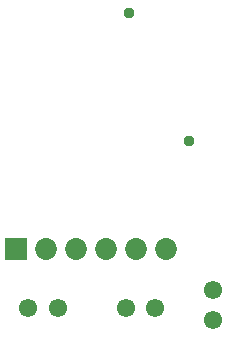
<source format=gbs>
G04 EAGLE Gerber RS-274X export*
G75*
%MOMM*%
%FSLAX34Y34*%
%LPD*%
%INSoldermask Bottom*%
%IPPOS*%
%AMOC8*
5,1,8,0,0,1.08239X$1,22.5*%
G01*
G04 Define Apertures*
%ADD10C,1.551200*%
%ADD11R,1.853200X1.853200*%
%ADD12C,1.853200*%
%ADD13C,0.959600*%
D10*
X119380Y651510D03*
X144380Y651510D03*
X193040Y641350D03*
X193040Y666350D03*
X36830Y651510D03*
X61830Y651510D03*
D11*
X26670Y701040D03*
D12*
X52070Y701040D03*
X77470Y701040D03*
X102870Y701040D03*
X128270Y701040D03*
X153670Y701040D03*
D13*
X173192Y792952D03*
X121920Y901065D03*
M02*

</source>
